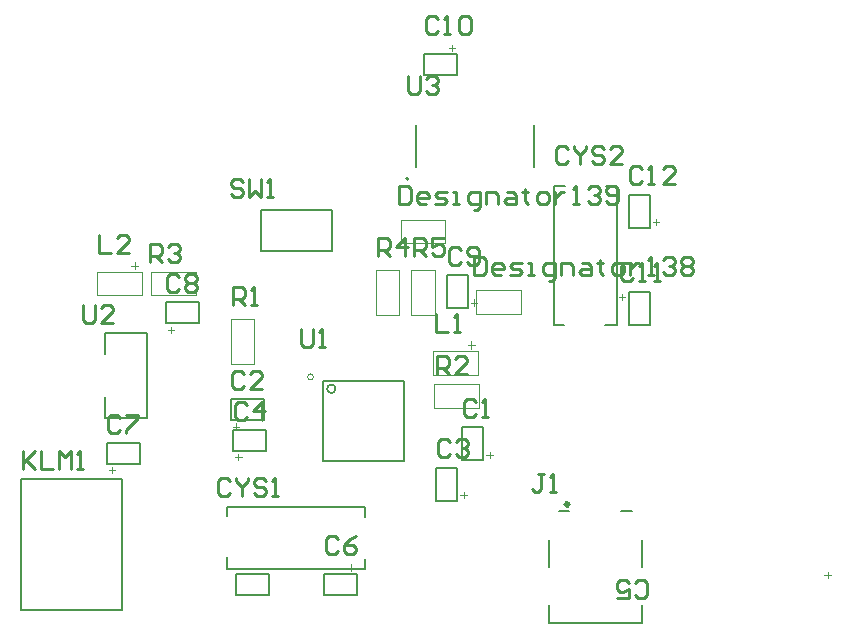
<source format=gto>
G04*
G04 #@! TF.GenerationSoftware,Altium Limited,Altium Designer,22.9.1 (49)*
G04*
G04 Layer_Color=65535*
%FSLAX25Y25*%
%MOIN*%
G70*
G04*
G04 #@! TF.SameCoordinates,98696D13-EABD-4F9F-9DF4-DD99C549A471*
G04*
G04*
G04 #@! TF.FilePolarity,Positive*
G04*
G01*
G75*
%ADD10C,0.01575*%
%ADD11C,0.00787*%
%ADD12C,0.00600*%
%ADD13C,0.00000*%
%ADD14C,0.00394*%
%ADD15C,0.00500*%
%ADD16C,0.01000*%
D10*
X187008Y43602D02*
G03*
X187008Y43602I-394J0D01*
G01*
D11*
X133642Y152165D02*
G03*
X133642Y152165I-394J0D01*
G01*
X119291Y22047D02*
Y25591D01*
Y39370D02*
Y42913D01*
X73228Y39764D02*
Y42913D01*
Y22047D02*
Y25984D01*
Y22047D02*
X119291D01*
X73228Y42913D02*
X119291D01*
X146457Y109055D02*
X153543D01*
Y120079D01*
X146457D02*
X153543D01*
X146457Y109055D02*
Y120079D01*
X32677Y72441D02*
Y79528D01*
Y72441D02*
X46457D01*
X32677Y93701D02*
Y100787D01*
X46457D01*
Y72441D02*
Y100787D01*
X52756Y103937D02*
Y111024D01*
Y103937D02*
X63779D01*
Y111024D01*
X52756D02*
X63779D01*
X33071Y57087D02*
Y64173D01*
Y57087D02*
X44094D01*
Y64173D01*
X33071D02*
X44094D01*
X180512Y22835D02*
Y31890D01*
X211614Y22835D02*
Y31890D01*
X183858Y41437D02*
X187402D01*
X204724D02*
X208268D01*
X180512Y4232D02*
Y10236D01*
Y4232D02*
X211614D01*
Y10236D01*
X150000Y186614D02*
Y193701D01*
X138976D02*
X150000D01*
X138976Y186614D02*
Y193701D01*
Y186614D02*
X150000D01*
X182283Y103543D02*
Y149606D01*
X203150Y103543D02*
Y149606D01*
X199213Y103543D02*
X203150D01*
X182283D02*
X185433D01*
X182283Y149606D02*
X185827D01*
X199606D02*
X203150D01*
X207087Y135827D02*
X214173D01*
Y146850D01*
X207087D02*
X214173D01*
X207087Y135827D02*
Y146850D01*
Y114567D02*
X214173D01*
X207087Y103543D02*
Y114567D01*
Y103543D02*
X214173D01*
Y114567D01*
X87402Y13386D02*
Y20472D01*
X76378D02*
X87402D01*
X76378Y13386D02*
Y20472D01*
Y13386D02*
X87402D01*
X74410Y78740D02*
X85433D01*
Y71653D02*
Y78740D01*
X74410Y71653D02*
X85433D01*
X74410D02*
Y78740D01*
X151575Y58268D02*
X158661D01*
Y69291D01*
X151575D02*
X158661D01*
X151575Y58268D02*
Y69291D01*
X75197Y61417D02*
Y68504D01*
Y61417D02*
X86221D01*
Y68504D01*
X75197D02*
X86221D01*
X142913Y44882D02*
X150000D01*
Y55905D01*
X142913D02*
X150000D01*
X142913Y44882D02*
Y55905D01*
X116535Y13386D02*
Y20472D01*
X105512D02*
X116535D01*
X105512Y13386D02*
Y20472D01*
Y13386D02*
X116535D01*
X4724Y8268D02*
Y51968D01*
X38189D01*
Y8268D02*
Y51968D01*
X4724Y8268D02*
X38189D01*
D12*
X109398Y82166D02*
G03*
X109398Y82166I-1414J0D01*
G01*
X132169Y57980D02*
Y84752D01*
X105398Y57980D02*
X132169D01*
X105398D02*
Y84752D01*
X132169D01*
D13*
X102067Y86130D02*
G03*
X102067Y86130I-1000J0D01*
G01*
D14*
X131102Y130709D02*
Y138583D01*
Y130709D02*
X146063D01*
Y138583D01*
X131102D02*
X146063D01*
X156299Y107087D02*
Y114961D01*
Y107087D02*
X171260D01*
Y114961D01*
X156299D02*
X171260D01*
X156988Y86929D02*
Y94803D01*
X142028D02*
X156988D01*
X142028Y86929D02*
Y94803D01*
Y86929D02*
X156988D01*
X154626Y95591D02*
Y97953D01*
X153445Y96772D02*
X155807D01*
X48031Y113386D02*
Y121260D01*
Y113386D02*
X62992D01*
Y121260D01*
X48031D02*
X62992D01*
X41339Y123228D02*
X43701D01*
X42520Y122047D02*
Y124409D01*
X29921Y113386D02*
X44882D01*
X29921D02*
Y121260D01*
X44882D01*
Y113386D02*
Y121260D01*
X122835Y121653D02*
X130709D01*
X122835Y106693D02*
Y121653D01*
Y106693D02*
X130709D01*
Y121653D01*
X134646D02*
X142520D01*
X134646Y106693D02*
Y121653D01*
Y106693D02*
X142520D01*
Y121653D01*
X74409Y105512D02*
X82284D01*
X74409Y90551D02*
Y105512D01*
Y90551D02*
X82284D01*
Y105512D01*
X157264Y75929D02*
Y83803D01*
X142303D02*
X157264D01*
X142303Y75929D02*
Y83803D01*
Y75929D02*
X157264D01*
X155643Y109843D02*
Y111942D01*
X154594Y110892D02*
X156693D01*
X53543Y101837D02*
X55642D01*
X54593Y102886D02*
Y100787D01*
X33858Y54987D02*
X35957D01*
X34908Y56036D02*
Y53937D01*
X149213Y195801D02*
X147114D01*
X148163Y194751D02*
Y196850D01*
X216273Y136614D02*
Y138713D01*
X215224Y137664D02*
X217323D01*
X204987Y113779D02*
Y111680D01*
X206036Y112730D02*
X203937D01*
X274496Y19986D02*
X272397D01*
X273446Y18936D02*
Y21035D01*
X75197Y69554D02*
X77296D01*
X76246Y70603D02*
Y68504D01*
X160761Y59055D02*
Y61154D01*
X159712Y60105D02*
X161811D01*
X75984Y59317D02*
X78083D01*
X77034Y60367D02*
Y58268D01*
X152100Y45669D02*
Y47768D01*
X151050Y46719D02*
X153150D01*
X115748Y22572D02*
X113649D01*
X114699Y21523D02*
Y23622D01*
D15*
X175591Y156004D02*
Y169980D01*
X136221Y156004D02*
Y169980D01*
X84646Y128150D02*
X108268D01*
X84646D02*
Y141929D01*
X108268D01*
Y128150D02*
Y141929D01*
D16*
X74182Y51265D02*
X73182Y52264D01*
X71183D01*
X70183Y51265D01*
Y47266D01*
X71183Y46266D01*
X73182D01*
X74182Y47266D01*
X76182Y52264D02*
Y51265D01*
X78181Y49265D01*
X80180Y51265D01*
Y52264D01*
X78181Y49265D02*
Y46266D01*
X86178Y51265D02*
X85179Y52264D01*
X83179D01*
X82180Y51265D01*
Y50265D01*
X83179Y49265D01*
X85179D01*
X86178Y48265D01*
Y47266D01*
X85179Y46266D01*
X83179D01*
X82180Y47266D01*
X88178Y46266D02*
X90177D01*
X89177D01*
Y52264D01*
X88178Y51265D01*
X130483Y149764D02*
Y143766D01*
X133483D01*
X134482Y144766D01*
Y148765D01*
X133483Y149764D01*
X130483D01*
X139480Y143766D02*
X137481D01*
X136481Y144766D01*
Y146765D01*
X137481Y147765D01*
X139480D01*
X140480Y146765D01*
Y145765D01*
X136481D01*
X142480Y143766D02*
X145479D01*
X146478Y144766D01*
X145479Y145765D01*
X143479D01*
X142480Y146765D01*
X143479Y147765D01*
X146478D01*
X148478Y143766D02*
X150477D01*
X149477D01*
Y147765D01*
X148478D01*
X155475Y141767D02*
X156475D01*
X157475Y142766D01*
Y147765D01*
X154476D01*
X153476Y146765D01*
Y144766D01*
X154476Y143766D01*
X157475D01*
X159474D02*
Y147765D01*
X162473D01*
X163473Y146765D01*
Y143766D01*
X166472Y147765D02*
X168471D01*
X169471Y146765D01*
Y143766D01*
X166472D01*
X165472Y144766D01*
X166472Y145765D01*
X169471D01*
X172470Y148765D02*
Y147765D01*
X171470D01*
X173470D01*
X172470D01*
Y144766D01*
X173470Y143766D01*
X177468D02*
X179468D01*
X180467Y144766D01*
Y146765D01*
X179468Y147765D01*
X177468D01*
X176469Y146765D01*
Y144766D01*
X177468Y143766D01*
X182467Y147765D02*
Y143766D01*
Y145765D01*
X183466Y146765D01*
X184466Y147765D01*
X185466D01*
X188465Y143766D02*
X190464D01*
X189464D01*
Y149764D01*
X188465Y148765D01*
X193463D02*
X194463Y149764D01*
X196462D01*
X197462Y148765D01*
Y147765D01*
X196462Y146765D01*
X195462D01*
X196462D01*
X197462Y145765D01*
Y144766D01*
X196462Y143766D01*
X194463D01*
X193463Y144766D01*
X199461D02*
X200461Y143766D01*
X202460D01*
X203460Y144766D01*
Y148765D01*
X202460Y149764D01*
X200461D01*
X199461Y148765D01*
Y147765D01*
X200461Y146765D01*
X203460D01*
X155684Y126164D02*
Y120166D01*
X158683D01*
X159682Y121166D01*
Y125164D01*
X158683Y126164D01*
X155684D01*
X164681Y120166D02*
X162681D01*
X161681Y121166D01*
Y123165D01*
X162681Y124165D01*
X164681D01*
X165680Y123165D01*
Y122166D01*
X161681D01*
X167680Y120166D02*
X170679D01*
X171678Y121166D01*
X170679Y122166D01*
X168679D01*
X167680Y123165D01*
X168679Y124165D01*
X171678D01*
X173678Y120166D02*
X175677D01*
X174677D01*
Y124165D01*
X173678D01*
X180675Y118167D02*
X181675D01*
X182675Y119167D01*
Y124165D01*
X179676D01*
X178676Y123165D01*
Y121166D01*
X179676Y120166D01*
X182675D01*
X184674D02*
Y124165D01*
X187673D01*
X188673Y123165D01*
Y120166D01*
X191672Y124165D02*
X193671D01*
X194671Y123165D01*
Y120166D01*
X191672D01*
X190672Y121166D01*
X191672Y122166D01*
X194671D01*
X197670Y125164D02*
Y124165D01*
X196670D01*
X198670D01*
X197670D01*
Y121166D01*
X198670Y120166D01*
X202668D02*
X204668D01*
X205667Y121166D01*
Y123165D01*
X204668Y124165D01*
X202668D01*
X201669Y123165D01*
Y121166D01*
X202668Y120166D01*
X207667Y124165D02*
Y120166D01*
Y122166D01*
X208666Y123165D01*
X209666Y124165D01*
X210666D01*
X213665Y120166D02*
X215664D01*
X214664D01*
Y126164D01*
X213665Y125164D01*
X218663D02*
X219663Y126164D01*
X221662D01*
X222662Y125164D01*
Y124165D01*
X221662Y123165D01*
X220662D01*
X221662D01*
X222662Y122166D01*
Y121166D01*
X221662Y120166D01*
X219663D01*
X218663Y121166D01*
X224661Y125164D02*
X225661Y126164D01*
X227660D01*
X228660Y125164D01*
Y124165D01*
X227660Y123165D01*
X228660Y122166D01*
Y121166D01*
X227660Y120166D01*
X225661D01*
X224661Y121166D01*
Y122166D01*
X225661Y123165D01*
X224661Y124165D01*
Y125164D01*
X225661Y123165D02*
X227660D01*
X151082Y128464D02*
X150083Y129464D01*
X148083D01*
X147083Y128464D01*
Y124466D01*
X148083Y123466D01*
X150083D01*
X151082Y124466D01*
X153082D02*
X154081Y123466D01*
X156080D01*
X157080Y124466D01*
Y128464D01*
X156080Y129464D01*
X154081D01*
X153082Y128464D01*
Y127465D01*
X154081Y126465D01*
X157080D01*
X142783Y107164D02*
Y101166D01*
X146782D01*
X148782D02*
X150781D01*
X149781D01*
Y107164D01*
X148782Y106165D01*
X25284Y110164D02*
Y105166D01*
X26283Y104166D01*
X28282D01*
X29282Y105166D01*
Y110164D01*
X35280Y104166D02*
X31282D01*
X35280Y108165D01*
Y109165D01*
X34280Y110164D01*
X32281D01*
X31282Y109165D01*
X47484Y124466D02*
Y130464D01*
X50482D01*
X51482Y129464D01*
Y127465D01*
X50482Y126465D01*
X47484D01*
X49483D02*
X51482Y124466D01*
X53482Y129464D02*
X54481Y130464D01*
X56481D01*
X57480Y129464D01*
Y128465D01*
X56481Y127465D01*
X55481D01*
X56481D01*
X57480Y126465D01*
Y125466D01*
X56481Y124466D01*
X54481D01*
X53482Y125466D01*
X57382Y119465D02*
X56383Y120464D01*
X54383D01*
X53383Y119465D01*
Y115466D01*
X54383Y114466D01*
X56383D01*
X57382Y115466D01*
X59382Y119465D02*
X60381Y120464D01*
X62381D01*
X63380Y119465D01*
Y118465D01*
X62381Y117465D01*
X63380Y116465D01*
Y115466D01*
X62381Y114466D01*
X60381D01*
X59382Y115466D01*
Y116465D01*
X60381Y117465D01*
X59382Y118465D01*
Y119465D01*
X60381Y117465D02*
X62381D01*
X37682Y72565D02*
X36683Y73564D01*
X34683D01*
X33683Y72565D01*
Y68566D01*
X34683Y67566D01*
X36683D01*
X37682Y68566D01*
X39682Y73564D02*
X43680D01*
Y72565D01*
X39682Y68566D01*
Y67566D01*
X30683Y133564D02*
Y127566D01*
X34682D01*
X40680D02*
X36682D01*
X40680Y131565D01*
Y132564D01*
X39680Y133564D01*
X37681D01*
X36682Y132564D01*
X178982Y53764D02*
X176983D01*
X177982D01*
Y48766D01*
X176983Y47766D01*
X175983D01*
X174984Y48766D01*
X180982Y47766D02*
X182981D01*
X181981D01*
Y53764D01*
X180982Y52764D01*
X133484Y186464D02*
Y181466D01*
X134483Y180466D01*
X136483D01*
X137482Y181466D01*
Y186464D01*
X139481Y185465D02*
X140481Y186464D01*
X142481D01*
X143480Y185465D01*
Y184465D01*
X142481Y183465D01*
X141481D01*
X142481D01*
X143480Y182466D01*
Y181466D01*
X142481Y180466D01*
X140481D01*
X139481Y181466D01*
X123684Y126266D02*
Y132264D01*
X126682D01*
X127682Y131264D01*
Y129265D01*
X126682Y128266D01*
X123684D01*
X125683D02*
X127682Y126266D01*
X132680D02*
Y132264D01*
X129682Y129265D01*
X133680D01*
X135484Y126266D02*
Y132264D01*
X138482D01*
X139482Y131264D01*
Y129265D01*
X138482Y128266D01*
X135484D01*
X137483D02*
X139482Y126266D01*
X145480Y132264D02*
X141481D01*
Y129265D01*
X143481Y130265D01*
X144481D01*
X145480Y129265D01*
Y127266D01*
X144481Y126266D01*
X142481D01*
X141481Y127266D01*
X143582Y205264D02*
X142582Y206264D01*
X140583D01*
X139584Y205264D01*
Y201266D01*
X140583Y200266D01*
X142582D01*
X143582Y201266D01*
X145581Y200266D02*
X147581D01*
X146581D01*
Y206264D01*
X145581Y205264D01*
X150580D02*
X151580Y206264D01*
X153579D01*
X154579Y205264D01*
Y201266D01*
X153579Y200266D01*
X151580D01*
X150580Y201266D01*
Y205264D01*
X186882Y162065D02*
X185882Y163064D01*
X183883D01*
X182884Y162065D01*
Y158066D01*
X183883Y157066D01*
X185882D01*
X186882Y158066D01*
X188882Y163064D02*
Y162065D01*
X190881Y160065D01*
X192880Y162065D01*
Y163064D01*
X190881Y160065D02*
Y157066D01*
X198878Y162065D02*
X197879Y163064D01*
X195879D01*
X194880Y162065D01*
Y161065D01*
X195879Y160065D01*
X197879D01*
X198878Y159065D01*
Y158066D01*
X197879Y157066D01*
X195879D01*
X194880Y158066D01*
X204876Y157066D02*
X200878D01*
X204876Y161065D01*
Y162065D01*
X203877Y163064D01*
X201877D01*
X200878Y162065D01*
X211682Y155264D02*
X210683Y156264D01*
X208683D01*
X207683Y155264D01*
Y151266D01*
X208683Y150266D01*
X210683D01*
X211682Y151266D01*
X213682Y150266D02*
X215681D01*
X214681D01*
Y156264D01*
X213682Y155264D01*
X222679Y150266D02*
X218680D01*
X222679Y154265D01*
Y155264D01*
X221679Y156264D01*
X219680D01*
X218680Y155264D01*
X208582Y122965D02*
X207582Y123964D01*
X205583D01*
X204584Y122965D01*
Y118966D01*
X205583Y117966D01*
X207582D01*
X208582Y118966D01*
X210581Y117966D02*
X212581D01*
X211581D01*
Y123964D01*
X210581Y122965D01*
X215580Y117966D02*
X217579D01*
X216580D01*
Y123964D01*
X215580Y122965D01*
X78982Y87164D02*
X77982Y88164D01*
X75983D01*
X74984Y87164D01*
Y83166D01*
X75983Y82166D01*
X77982D01*
X78982Y83166D01*
X84980Y82166D02*
X80981D01*
X84980Y86165D01*
Y87164D01*
X83981Y88164D01*
X81981D01*
X80981Y87164D01*
X97983Y102164D02*
Y97166D01*
X98983Y96166D01*
X100982D01*
X101982Y97166D01*
Y102164D01*
X103981Y96166D02*
X105981D01*
X104981D01*
Y102164D01*
X103981Y101164D01*
X78482Y150964D02*
X77482Y151964D01*
X75483D01*
X74484Y150964D01*
Y149965D01*
X75483Y148965D01*
X77482D01*
X78482Y147966D01*
Y146966D01*
X77482Y145966D01*
X75483D01*
X74484Y146966D01*
X80481Y151964D02*
Y145966D01*
X82481Y147966D01*
X84480Y145966D01*
Y151964D01*
X86480Y145966D02*
X88479D01*
X87479D01*
Y151964D01*
X86480Y150964D01*
X143084Y86966D02*
Y92964D01*
X146082D01*
X147082Y91965D01*
Y89965D01*
X146082Y88965D01*
X143084D01*
X145083D02*
X147082Y86966D01*
X153080D02*
X149082D01*
X153080Y90965D01*
Y91965D01*
X152081Y92964D01*
X150081D01*
X149082Y91965D01*
X75183Y110066D02*
Y116064D01*
X78183D01*
X79182Y115065D01*
Y113065D01*
X78183Y112065D01*
X75183D01*
X77183D02*
X79182Y110066D01*
X81182D02*
X83181D01*
X82181D01*
Y116064D01*
X81182Y115065D01*
X5283Y61364D02*
Y55366D01*
Y57366D01*
X9282Y61364D01*
X6283Y58365D01*
X9282Y55366D01*
X11282Y61364D02*
Y55366D01*
X15280D01*
X17280D02*
Y61364D01*
X19279Y59365D01*
X21278Y61364D01*
Y55366D01*
X23278D02*
X25277D01*
X24277D01*
Y61364D01*
X23278Y60365D01*
X110082Y31964D02*
X109082Y32964D01*
X107083D01*
X106084Y31964D01*
Y27966D01*
X107083Y26966D01*
X109082D01*
X110082Y27966D01*
X116080Y32964D02*
X114081Y31964D01*
X112082Y29965D01*
Y27966D01*
X113081Y26966D01*
X115080D01*
X116080Y27966D01*
Y28965D01*
X115080Y29965D01*
X112082D01*
X209090Y13390D02*
X210090Y12391D01*
X212089D01*
X213089Y13390D01*
Y17389D01*
X212089Y18389D01*
X210090D01*
X209090Y17389D01*
X203092Y12391D02*
X207091D01*
Y15390D01*
X205092Y14390D01*
X204092D01*
X203092Y15390D01*
Y17389D01*
X204092Y18389D01*
X206091D01*
X207091Y17389D01*
X79782Y76864D02*
X78782Y77864D01*
X76783D01*
X75783Y76864D01*
Y72866D01*
X76783Y71866D01*
X78782D01*
X79782Y72866D01*
X84781Y71866D02*
Y77864D01*
X81782Y74865D01*
X85780D01*
X147482Y64265D02*
X146483Y65264D01*
X144483D01*
X143483Y64265D01*
Y60266D01*
X144483Y59266D01*
X146483D01*
X147482Y60266D01*
X149481Y64265D02*
X150481Y65264D01*
X152480D01*
X153480Y64265D01*
Y63265D01*
X152480Y62265D01*
X151481D01*
X152480D01*
X153480Y61265D01*
Y60266D01*
X152480Y59266D01*
X150481D01*
X149481Y60266D01*
X156182Y77665D02*
X155183Y78664D01*
X153183D01*
X152183Y77665D01*
Y73666D01*
X153183Y72666D01*
X155183D01*
X156182Y73666D01*
X158182Y72666D02*
X160181D01*
X159181D01*
Y78664D01*
X158182Y77665D01*
M02*

</source>
